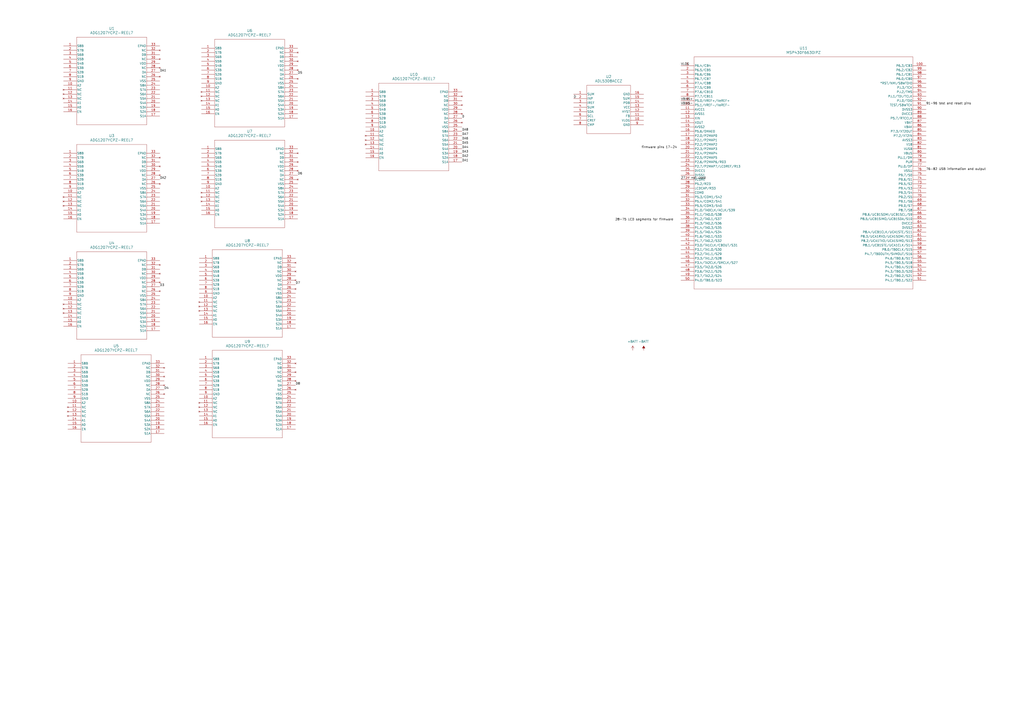
<source format=kicad_sch>
(kicad_sch (version 20230121) (generator eeschema)

  (uuid 93e33c3d-8cba-450d-8c20-d074bd0c6049)

  (paper "A2")

  (lib_symbols
    (symbol "2024-02-06_11-51-23:MSP430F6630IPZ" (pin_names (offset 0.254)) (in_bom yes) (on_board yes)
      (property "Reference" "U" (at 71.12 10.16 0)
        (effects (font (size 1.524 1.524)))
      )
      (property "Value" "MSP430F6630IPZ" (at 71.12 7.62 0)
        (effects (font (size 1.524 1.524)))
      )
      (property "Footprint" "PZ100" (at 0 0 0)
        (effects (font (size 1.27 1.27) italic) hide)
      )
      (property "Datasheet" "MSP430F6630IPZ" (at 0 0 0)
        (effects (font (size 1.27 1.27) italic) hide)
      )
      (property "ki_locked" "" (at 0 0 0)
        (effects (font (size 1.27 1.27)))
      )
      (property "ki_keywords" "MSP430F6630IPZ" (at 0 0 0)
        (effects (font (size 1.27 1.27)) hide)
      )
      (property "ki_fp_filters" "PZ100 PZ100-M PZ100-L" (at 0 0 0)
        (effects (font (size 1.27 1.27)) hide)
      )
      (symbol "MSP430F6630IPZ_0_1"
        (polyline
          (pts
            (xy 7.62 -129.54)
            (xy 134.62 -129.54)
          )
          (stroke (width 0.127) (type default))
          (fill (type none))
        )
        (polyline
          (pts
            (xy 7.62 5.08)
            (xy 7.62 -129.54)
          )
          (stroke (width 0.127) (type default))
          (fill (type none))
        )
        (polyline
          (pts
            (xy 134.62 -129.54)
            (xy 134.62 5.08)
          )
          (stroke (width 0.127) (type default))
          (fill (type none))
        )
        (polyline
          (pts
            (xy 134.62 5.08)
            (xy 7.62 5.08)
          )
          (stroke (width 0.127) (type default))
          (fill (type none))
        )
        (pin bidirectional line (at 0 0 0) (length 7.62)
          (name "P6.4/CB4" (effects (font (size 1.27 1.27))))
          (number "1" (effects (font (size 1.27 1.27))))
        )
        (pin bidirectional line (at 0 -22.86 0) (length 7.62)
          (name "P5.1/VREF-/VeREF-" (effects (font (size 1.27 1.27))))
          (number "10" (effects (font (size 1.27 1.27))))
        )
        (pin bidirectional line (at 142.24 0 180) (length 7.62)
          (name "P6.3/CB3" (effects (font (size 1.27 1.27))))
          (number "100" (effects (font (size 1.27 1.27))))
        )
        (pin power_in line (at 0 -25.4 0) (length 7.62)
          (name "AVCC1" (effects (font (size 1.27 1.27))))
          (number "11" (effects (font (size 1.27 1.27))))
        )
        (pin power_in line (at 0 -27.94 0) (length 7.62)
          (name "AVSS1" (effects (font (size 1.27 1.27))))
          (number "12" (effects (font (size 1.27 1.27))))
        )
        (pin input line (at 0 -30.48 0) (length 7.62)
          (name "XIN" (effects (font (size 1.27 1.27))))
          (number "13" (effects (font (size 1.27 1.27))))
        )
        (pin output line (at 0 -33.02 0) (length 7.62)
          (name "XOUT" (effects (font (size 1.27 1.27))))
          (number "14" (effects (font (size 1.27 1.27))))
        )
        (pin power_in line (at 0 -35.56 0) (length 7.62)
          (name "AVSS2" (effects (font (size 1.27 1.27))))
          (number "15" (effects (font (size 1.27 1.27))))
        )
        (pin bidirectional line (at 0 -38.1 0) (length 7.62)
          (name "P5.6/DMAE0" (effects (font (size 1.27 1.27))))
          (number "16" (effects (font (size 1.27 1.27))))
        )
        (pin bidirectional line (at 0 -40.64 0) (length 7.62)
          (name "P2.0/P2MAP0" (effects (font (size 1.27 1.27))))
          (number "17" (effects (font (size 1.27 1.27))))
        )
        (pin bidirectional line (at 0 -43.18 0) (length 7.62)
          (name "P2.1/P2MAP1" (effects (font (size 1.27 1.27))))
          (number "18" (effects (font (size 1.27 1.27))))
        )
        (pin bidirectional line (at 0 -45.72 0) (length 7.62)
          (name "P2.2/P2MAP2" (effects (font (size 1.27 1.27))))
          (number "19" (effects (font (size 1.27 1.27))))
        )
        (pin bidirectional line (at 0 -2.54 0) (length 7.62)
          (name "P6.5/CB5" (effects (font (size 1.27 1.27))))
          (number "2" (effects (font (size 1.27 1.27))))
        )
        (pin bidirectional line (at 0 -48.26 0) (length 7.62)
          (name "P2.3/P2MAP3" (effects (font (size 1.27 1.27))))
          (number "20" (effects (font (size 1.27 1.27))))
        )
        (pin bidirectional line (at 0 -50.8 0) (length 7.62)
          (name "P2.4/P2MAP4" (effects (font (size 1.27 1.27))))
          (number "21" (effects (font (size 1.27 1.27))))
        )
        (pin bidirectional line (at 0 -53.34 0) (length 7.62)
          (name "P2.5/P2MAP5" (effects (font (size 1.27 1.27))))
          (number "22" (effects (font (size 1.27 1.27))))
        )
        (pin bidirectional line (at 0 -55.88 0) (length 7.62)
          (name "P2.6/P2MAP6/R03" (effects (font (size 1.27 1.27))))
          (number "23" (effects (font (size 1.27 1.27))))
        )
        (pin bidirectional line (at 0 -58.42 0) (length 7.62)
          (name "P2.7/P2MAP7/LCDREF/R13" (effects (font (size 1.27 1.27))))
          (number "24" (effects (font (size 1.27 1.27))))
        )
        (pin power_in line (at 0 -60.96 0) (length 7.62)
          (name "DVCC1" (effects (font (size 1.27 1.27))))
          (number "25" (effects (font (size 1.27 1.27))))
        )
        (pin power_in line (at 0 -63.5 0) (length 7.62)
          (name "DVSS1" (effects (font (size 1.27 1.27))))
          (number "26" (effects (font (size 1.27 1.27))))
        )
        (pin power_in line (at 0 -66.04 0) (length 7.62)
          (name "VCORE" (effects (font (size 1.27 1.27))))
          (number "27" (effects (font (size 1.27 1.27))))
        )
        (pin bidirectional line (at 0 -68.58 0) (length 7.62)
          (name "P5.2/R23" (effects (font (size 1.27 1.27))))
          (number "28" (effects (font (size 1.27 1.27))))
        )
        (pin bidirectional line (at 0 -71.12 0) (length 7.62)
          (name "LCDCAP/R33" (effects (font (size 1.27 1.27))))
          (number "29" (effects (font (size 1.27 1.27))))
        )
        (pin bidirectional line (at 0 -5.08 0) (length 7.62)
          (name "P6.6/CB6" (effects (font (size 1.27 1.27))))
          (number "3" (effects (font (size 1.27 1.27))))
        )
        (pin output line (at 0 -73.66 0) (length 7.62)
          (name "COM0" (effects (font (size 1.27 1.27))))
          (number "30" (effects (font (size 1.27 1.27))))
        )
        (pin bidirectional line (at 0 -76.2 0) (length 7.62)
          (name "P5.3/COM1/S42" (effects (font (size 1.27 1.27))))
          (number "31" (effects (font (size 1.27 1.27))))
        )
        (pin bidirectional line (at 0 -78.74 0) (length 7.62)
          (name "P5.4/COM2/S41" (effects (font (size 1.27 1.27))))
          (number "32" (effects (font (size 1.27 1.27))))
        )
        (pin bidirectional line (at 0 -81.28 0) (length 7.62)
          (name "P5.5/COM3/S40" (effects (font (size 1.27 1.27))))
          (number "33" (effects (font (size 1.27 1.27))))
        )
        (pin bidirectional line (at 0 -83.82 0) (length 7.62)
          (name "P1.0/TA0CLK/ACLK/S39" (effects (font (size 1.27 1.27))))
          (number "34" (effects (font (size 1.27 1.27))))
        )
        (pin bidirectional line (at 0 -86.36 0) (length 7.62)
          (name "P1.1/TA0.0/S38" (effects (font (size 1.27 1.27))))
          (number "35" (effects (font (size 1.27 1.27))))
        )
        (pin bidirectional line (at 0 -88.9 0) (length 7.62)
          (name "P1.2/TA0.1/S37" (effects (font (size 1.27 1.27))))
          (number "36" (effects (font (size 1.27 1.27))))
        )
        (pin bidirectional line (at 0 -91.44 0) (length 7.62)
          (name "P1.3/TA0.2/S36" (effects (font (size 1.27 1.27))))
          (number "37" (effects (font (size 1.27 1.27))))
        )
        (pin bidirectional line (at 0 -93.98 0) (length 7.62)
          (name "P1.4/TA0.3/S35" (effects (font (size 1.27 1.27))))
          (number "38" (effects (font (size 1.27 1.27))))
        )
        (pin bidirectional line (at 0 -96.52 0) (length 7.62)
          (name "P1.5/TA0.4/S34" (effects (font (size 1.27 1.27))))
          (number "39" (effects (font (size 1.27 1.27))))
        )
        (pin bidirectional line (at 0 -7.62 0) (length 7.62)
          (name "P6.7/CB7" (effects (font (size 1.27 1.27))))
          (number "4" (effects (font (size 1.27 1.27))))
        )
        (pin bidirectional line (at 0 -99.06 0) (length 7.62)
          (name "P1.6/TA0.1/S33" (effects (font (size 1.27 1.27))))
          (number "40" (effects (font (size 1.27 1.27))))
        )
        (pin bidirectional line (at 0 -101.6 0) (length 7.62)
          (name "P1.7/TA0.2/S32" (effects (font (size 1.27 1.27))))
          (number "41" (effects (font (size 1.27 1.27))))
        )
        (pin bidirectional line (at 0 -104.14 0) (length 7.62)
          (name "P3.0/TA1CLK/CBOUT/S31" (effects (font (size 1.27 1.27))))
          (number "42" (effects (font (size 1.27 1.27))))
        )
        (pin bidirectional line (at 0 -106.68 0) (length 7.62)
          (name "P3.1/TA1.0/S30" (effects (font (size 1.27 1.27))))
          (number "43" (effects (font (size 1.27 1.27))))
        )
        (pin bidirectional line (at 0 -109.22 0) (length 7.62)
          (name "P3.2/TA1.1/S29" (effects (font (size 1.27 1.27))))
          (number "44" (effects (font (size 1.27 1.27))))
        )
        (pin bidirectional line (at 0 -111.76 0) (length 7.62)
          (name "P3.3/TA1.2/S28" (effects (font (size 1.27 1.27))))
          (number "45" (effects (font (size 1.27 1.27))))
        )
        (pin bidirectional line (at 0 -114.3 0) (length 7.62)
          (name "P3.4/TA2CLK/SMCLK/S27" (effects (font (size 1.27 1.27))))
          (number "46" (effects (font (size 1.27 1.27))))
        )
        (pin bidirectional line (at 0 -116.84 0) (length 7.62)
          (name "P3.5/TA2.0/S26" (effects (font (size 1.27 1.27))))
          (number "47" (effects (font (size 1.27 1.27))))
        )
        (pin bidirectional line (at 0 -119.38 0) (length 7.62)
          (name "P3.6/TA2.1/S25" (effects (font (size 1.27 1.27))))
          (number "48" (effects (font (size 1.27 1.27))))
        )
        (pin bidirectional line (at 0 -121.92 0) (length 7.62)
          (name "P3.7/TA2.2/S24" (effects (font (size 1.27 1.27))))
          (number "49" (effects (font (size 1.27 1.27))))
        )
        (pin bidirectional line (at 0 -10.16 0) (length 7.62)
          (name "P7.4/CB8" (effects (font (size 1.27 1.27))))
          (number "5" (effects (font (size 1.27 1.27))))
        )
        (pin bidirectional line (at 0 -124.46 0) (length 7.62)
          (name "P4.0/TB0.0/S23" (effects (font (size 1.27 1.27))))
          (number "50" (effects (font (size 1.27 1.27))))
        )
        (pin bidirectional line (at 142.24 -124.46 180) (length 7.62)
          (name "P4.1/TB0.1/S22" (effects (font (size 1.27 1.27))))
          (number "51" (effects (font (size 1.27 1.27))))
        )
        (pin bidirectional line (at 142.24 -121.92 180) (length 7.62)
          (name "P4.2/TB0.2/S21" (effects (font (size 1.27 1.27))))
          (number "52" (effects (font (size 1.27 1.27))))
        )
        (pin bidirectional line (at 142.24 -119.38 180) (length 7.62)
          (name "P4.3/TB0.3/S20" (effects (font (size 1.27 1.27))))
          (number "53" (effects (font (size 1.27 1.27))))
        )
        (pin bidirectional line (at 142.24 -116.84 180) (length 7.62)
          (name "P4.4/TB0.4/S19" (effects (font (size 1.27 1.27))))
          (number "54" (effects (font (size 1.27 1.27))))
        )
        (pin bidirectional line (at 142.24 -114.3 180) (length 7.62)
          (name "P4.5/TB0.5/S18" (effects (font (size 1.27 1.27))))
          (number "55" (effects (font (size 1.27 1.27))))
        )
        (pin bidirectional line (at 142.24 -111.76 180) (length 7.62)
          (name "P4.6/TB0.6/S17" (effects (font (size 1.27 1.27))))
          (number "56" (effects (font (size 1.27 1.27))))
        )
        (pin bidirectional line (at 142.24 -109.22 180) (length 7.62)
          (name "P4.7/TB0OUTH/SVMOUT/S16" (effects (font (size 1.27 1.27))))
          (number "57" (effects (font (size 1.27 1.27))))
        )
        (pin bidirectional line (at 142.24 -106.68 180) (length 7.62)
          (name "P8.0/TB0CLK/S15" (effects (font (size 1.27 1.27))))
          (number "58" (effects (font (size 1.27 1.27))))
        )
        (pin bidirectional line (at 142.24 -104.14 180) (length 7.62)
          (name "P8.1/UCB1STE/UCA1CLK/S14" (effects (font (size 1.27 1.27))))
          (number "59" (effects (font (size 1.27 1.27))))
        )
        (pin bidirectional line (at 0 -12.7 0) (length 7.62)
          (name "P7.5/CB9" (effects (font (size 1.27 1.27))))
          (number "6" (effects (font (size 1.27 1.27))))
        )
        (pin bidirectional line (at 142.24 -101.6 180) (length 7.62)
          (name "P8.2/UCA1TXD/UCA1SIMO/S13" (effects (font (size 1.27 1.27))))
          (number "60" (effects (font (size 1.27 1.27))))
        )
        (pin bidirectional line (at 142.24 -99.06 180) (length 7.62)
          (name "P8.3/UCA1RXD/UCA1SOMI/S12" (effects (font (size 1.27 1.27))))
          (number "61" (effects (font (size 1.27 1.27))))
        )
        (pin bidirectional line (at 142.24 -96.52 180) (length 7.62)
          (name "P8.4/UCB1CLK/UCA1STE/S11" (effects (font (size 1.27 1.27))))
          (number "62" (effects (font (size 1.27 1.27))))
        )
        (pin power_in line (at 142.24 -93.98 180) (length 7.62)
          (name "DVSS2" (effects (font (size 1.27 1.27))))
          (number "63" (effects (font (size 1.27 1.27))))
        )
        (pin power_in line (at 142.24 -91.44 180) (length 7.62)
          (name "DVCC2" (effects (font (size 1.27 1.27))))
          (number "64" (effects (font (size 1.27 1.27))))
        )
        (pin bidirectional line (at 142.24 -88.9 180) (length 7.62)
          (name "P8.5/UCB1SIMO/UCB1SDA/S10" (effects (font (size 1.27 1.27))))
          (number "65" (effects (font (size 1.27 1.27))))
        )
        (pin bidirectional line (at 142.24 -86.36 180) (length 7.62)
          (name "P8.6/UCB1SOMI/UCB1SCL/S9" (effects (font (size 1.27 1.27))))
          (number "66" (effects (font (size 1.27 1.27))))
        )
        (pin bidirectional line (at 142.24 -83.82 180) (length 7.62)
          (name "P8.7/S8" (effects (font (size 1.27 1.27))))
          (number "67" (effects (font (size 1.27 1.27))))
        )
        (pin bidirectional line (at 142.24 -81.28 180) (length 7.62)
          (name "P9.0/S7" (effects (font (size 1.27 1.27))))
          (number "68" (effects (font (size 1.27 1.27))))
        )
        (pin bidirectional line (at 142.24 -78.74 180) (length 7.62)
          (name "P9.1/S6" (effects (font (size 1.27 1.27))))
          (number "69" (effects (font (size 1.27 1.27))))
        )
        (pin bidirectional line (at 0 -15.24 0) (length 7.62)
          (name "P7.6/CB10" (effects (font (size 1.27 1.27))))
          (number "7" (effects (font (size 1.27 1.27))))
        )
        (pin bidirectional line (at 142.24 -76.2 180) (length 7.62)
          (name "P9.2/S5" (effects (font (size 1.27 1.27))))
          (number "70" (effects (font (size 1.27 1.27))))
        )
        (pin bidirectional line (at 142.24 -73.66 180) (length 7.62)
          (name "P9.3/S4" (effects (font (size 1.27 1.27))))
          (number "71" (effects (font (size 1.27 1.27))))
        )
        (pin bidirectional line (at 142.24 -71.12 180) (length 7.62)
          (name "P9.4/S3" (effects (font (size 1.27 1.27))))
          (number "72" (effects (font (size 1.27 1.27))))
        )
        (pin bidirectional line (at 142.24 -68.58 180) (length 7.62)
          (name "P9.5/S2" (effects (font (size 1.27 1.27))))
          (number "73" (effects (font (size 1.27 1.27))))
        )
        (pin bidirectional line (at 142.24 -66.04 180) (length 7.62)
          (name "P9.6/S1" (effects (font (size 1.27 1.27))))
          (number "74" (effects (font (size 1.27 1.27))))
        )
        (pin bidirectional line (at 142.24 -63.5 180) (length 7.62)
          (name "P9.7/S0" (effects (font (size 1.27 1.27))))
          (number "75" (effects (font (size 1.27 1.27))))
        )
        (pin power_in line (at 142.24 -60.96 180) (length 7.62)
          (name "VSSU" (effects (font (size 1.27 1.27))))
          (number "76" (effects (font (size 1.27 1.27))))
        )
        (pin bidirectional line (at 142.24 -58.42 180) (length 7.62)
          (name "PU.0/DP" (effects (font (size 1.27 1.27))))
          (number "77" (effects (font (size 1.27 1.27))))
        )
        (pin bidirectional line (at 142.24 -55.88 180) (length 7.62)
          (name "PUR" (effects (font (size 1.27 1.27))))
          (number "78" (effects (font (size 1.27 1.27))))
        )
        (pin bidirectional line (at 142.24 -53.34 180) (length 7.62)
          (name "PU.1/DM" (effects (font (size 1.27 1.27))))
          (number "79" (effects (font (size 1.27 1.27))))
        )
        (pin bidirectional line (at 0 -17.78 0) (length 7.62)
          (name "P7.7/CB11" (effects (font (size 1.27 1.27))))
          (number "8" (effects (font (size 1.27 1.27))))
        )
        (pin power_in line (at 142.24 -50.8 180) (length 7.62)
          (name "VBUS" (effects (font (size 1.27 1.27))))
          (number "80" (effects (font (size 1.27 1.27))))
        )
        (pin power_in line (at 142.24 -48.26 180) (length 7.62)
          (name "VUSB" (effects (font (size 1.27 1.27))))
          (number "81" (effects (font (size 1.27 1.27))))
        )
        (pin power_in line (at 142.24 -45.72 180) (length 7.62)
          (name "V18" (effects (font (size 1.27 1.27))))
          (number "82" (effects (font (size 1.27 1.27))))
        )
        (pin power_in line (at 142.24 -43.18 180) (length 7.62)
          (name "AVSS3" (effects (font (size 1.27 1.27))))
          (number "83" (effects (font (size 1.27 1.27))))
        )
        (pin bidirectional line (at 142.24 -40.64 180) (length 7.62)
          (name "P7.2/XT2IN" (effects (font (size 1.27 1.27))))
          (number "84" (effects (font (size 1.27 1.27))))
        )
        (pin bidirectional line (at 142.24 -38.1 180) (length 7.62)
          (name "P7.3/XT2OUT" (effects (font (size 1.27 1.27))))
          (number "85" (effects (font (size 1.27 1.27))))
        )
        (pin power_in line (at 142.24 -35.56 180) (length 7.62)
          (name "VBAK" (effects (font (size 1.27 1.27))))
          (number "86" (effects (font (size 1.27 1.27))))
        )
        (pin power_in line (at 142.24 -33.02 180) (length 7.62)
          (name "VBAT" (effects (font (size 1.27 1.27))))
          (number "87" (effects (font (size 1.27 1.27))))
        )
        (pin bidirectional line (at 142.24 -30.48 180) (length 7.62)
          (name "P5.7/RTCCLK" (effects (font (size 1.27 1.27))))
          (number "88" (effects (font (size 1.27 1.27))))
        )
        (pin power_in line (at 142.24 -27.94 180) (length 7.62)
          (name "DVCC3" (effects (font (size 1.27 1.27))))
          (number "89" (effects (font (size 1.27 1.27))))
        )
        (pin bidirectional line (at 0 -20.32 0) (length 7.62)
          (name "P5.0/VREF+/VeREF+" (effects (font (size 1.27 1.27))))
          (number "9" (effects (font (size 1.27 1.27))))
        )
        (pin power_in line (at 142.24 -25.4 180) (length 7.62)
          (name "DVSS3" (effects (font (size 1.27 1.27))))
          (number "90" (effects (font (size 1.27 1.27))))
        )
        (pin bidirectional line (at 142.24 -22.86 180) (length 7.62)
          (name "TEST/SBWTCK" (effects (font (size 1.27 1.27))))
          (number "91" (effects (font (size 1.27 1.27))))
        )
        (pin bidirectional line (at 142.24 -20.32 180) (length 7.62)
          (name "PJ.0/TDO" (effects (font (size 1.27 1.27))))
          (number "92" (effects (font (size 1.27 1.27))))
        )
        (pin bidirectional line (at 142.24 -17.78 180) (length 7.62)
          (name "PJ.1/TDI/TCLK" (effects (font (size 1.27 1.27))))
          (number "93" (effects (font (size 1.27 1.27))))
        )
        (pin bidirectional line (at 142.24 -15.24 180) (length 7.62)
          (name "PJ.2/TMS" (effects (font (size 1.27 1.27))))
          (number "94" (effects (font (size 1.27 1.27))))
        )
        (pin bidirectional line (at 142.24 -12.7 180) (length 7.62)
          (name "PJ.3/TCK" (effects (font (size 1.27 1.27))))
          (number "95" (effects (font (size 1.27 1.27))))
        )
        (pin bidirectional line (at 142.24 -10.16 180) (length 7.62)
          (name "*RST/NMI/SBWTDIO" (effects (font (size 1.27 1.27))))
          (number "96" (effects (font (size 1.27 1.27))))
        )
        (pin bidirectional line (at 142.24 -7.62 180) (length 7.62)
          (name "P6.0/CB0" (effects (font (size 1.27 1.27))))
          (number "97" (effects (font (size 1.27 1.27))))
        )
        (pin bidirectional line (at 142.24 -5.08 180) (length 7.62)
          (name "P6.1/CB1" (effects (font (size 1.27 1.27))))
          (number "98" (effects (font (size 1.27 1.27))))
        )
        (pin bidirectional line (at 142.24 -2.54 180) (length 7.62)
          (name "P6.2/CB2" (effects (font (size 1.27 1.27))))
          (number "99" (effects (font (size 1.27 1.27))))
        )
      )
    )
    (symbol "ADG_new:ADG1207YCPZ-REEL7" (pin_names (offset 0.254)) (in_bom yes) (on_board yes)
      (property "Reference" "U" (at 27.94 10.16 0)
        (effects (font (size 1.524 1.524)))
      )
      (property "Value" "ADG1207YCPZ-REEL7" (at 27.94 7.62 0)
        (effects (font (size 1.524 1.524)))
      )
      (property "Footprint" "CP_32_2_ADI" (at 0 0 0)
        (effects (font (size 1.27 1.27) italic) hide)
      )
      (property "Datasheet" "ADG1207YCPZ-REEL7" (at 0 0 0)
        (effects (font (size 1.27 1.27) italic) hide)
      )
      (property "ki_locked" "" (at 0 0 0)
        (effects (font (size 1.27 1.27)))
      )
      (property "ki_keywords" "ADG1207YCPZ-REEL7" (at 0 0 0)
        (effects (font (size 1.27 1.27)) hide)
      )
      (property "ki_fp_filters" "CP_32_2_ADI CP_32_2_ADI-M CP_32_2_ADI-L" (at 0 0 0)
        (effects (font (size 1.27 1.27)) hide)
      )
      (symbol "ADG1207YCPZ-REEL7_0_1"
        (polyline
          (pts
            (xy 7.62 -45.72)
            (xy 48.26 -45.72)
          )
          (stroke (width 0.127) (type default))
          (fill (type none))
        )
        (polyline
          (pts
            (xy 7.62 5.08)
            (xy 7.62 -45.72)
          )
          (stroke (width 0.127) (type default))
          (fill (type none))
        )
        (polyline
          (pts
            (xy 48.26 -45.72)
            (xy 48.26 5.08)
          )
          (stroke (width 0.127) (type default))
          (fill (type none))
        )
        (polyline
          (pts
            (xy 48.26 5.08)
            (xy 7.62 5.08)
          )
          (stroke (width 0.127) (type default))
          (fill (type none))
        )
        (pin bidirectional line (at 0 0 0) (length 7.62)
          (name "S8B" (effects (font (size 1.27 1.27))))
          (number "1" (effects (font (size 1.27 1.27))))
        )
        (pin input line (at 0 -22.86 0) (length 7.62)
          (name "A2" (effects (font (size 1.27 1.27))))
          (number "10" (effects (font (size 1.27 1.27))))
        )
        (pin no_connect line (at 0 -25.4 0) (length 7.62)
          (name "NC" (effects (font (size 1.27 1.27))))
          (number "11" (effects (font (size 1.27 1.27))))
        )
        (pin no_connect line (at 0 -27.94 0) (length 7.62)
          (name "NC" (effects (font (size 1.27 1.27))))
          (number "12" (effects (font (size 1.27 1.27))))
        )
        (pin no_connect line (at 0 -30.48 0) (length 7.62)
          (name "NC" (effects (font (size 1.27 1.27))))
          (number "13" (effects (font (size 1.27 1.27))))
        )
        (pin input line (at 0 -33.02 0) (length 7.62)
          (name "A1" (effects (font (size 1.27 1.27))))
          (number "14" (effects (font (size 1.27 1.27))))
        )
        (pin input line (at 0 -35.56 0) (length 7.62)
          (name "A0" (effects (font (size 1.27 1.27))))
          (number "15" (effects (font (size 1.27 1.27))))
        )
        (pin input line (at 0 -38.1 0) (length 7.62)
          (name "EN" (effects (font (size 1.27 1.27))))
          (number "16" (effects (font (size 1.27 1.27))))
        )
        (pin bidirectional line (at 55.88 -40.64 180) (length 7.62)
          (name "S1A" (effects (font (size 1.27 1.27))))
          (number "17" (effects (font (size 1.27 1.27))))
        )
        (pin bidirectional line (at 55.88 -38.1 180) (length 7.62)
          (name "S2A" (effects (font (size 1.27 1.27))))
          (number "18" (effects (font (size 1.27 1.27))))
        )
        (pin bidirectional line (at 55.88 -35.56 180) (length 7.62)
          (name "S3A" (effects (font (size 1.27 1.27))))
          (number "19" (effects (font (size 1.27 1.27))))
        )
        (pin bidirectional line (at 0 -2.54 0) (length 7.62)
          (name "S7B" (effects (font (size 1.27 1.27))))
          (number "2" (effects (font (size 1.27 1.27))))
        )
        (pin bidirectional line (at 55.88 -33.02 180) (length 7.62)
          (name "S4A" (effects (font (size 1.27 1.27))))
          (number "20" (effects (font (size 1.27 1.27))))
        )
        (pin bidirectional line (at 55.88 -30.48 180) (length 7.62)
          (name "S5A" (effects (font (size 1.27 1.27))))
          (number "21" (effects (font (size 1.27 1.27))))
        )
        (pin bidirectional line (at 55.88 -27.94 180) (length 7.62)
          (name "S6A" (effects (font (size 1.27 1.27))))
          (number "22" (effects (font (size 1.27 1.27))))
        )
        (pin bidirectional line (at 55.88 -25.4 180) (length 7.62)
          (name "S7A" (effects (font (size 1.27 1.27))))
          (number "23" (effects (font (size 1.27 1.27))))
        )
        (pin bidirectional line (at 55.88 -22.86 180) (length 7.62)
          (name "S8A" (effects (font (size 1.27 1.27))))
          (number "24" (effects (font (size 1.27 1.27))))
        )
        (pin power_in line (at 55.88 -20.32 180) (length 7.62)
          (name "VSS" (effects (font (size 1.27 1.27))))
          (number "25" (effects (font (size 1.27 1.27))))
        )
        (pin no_connect line (at 55.88 -17.78 180) (length 7.62)
          (name "NC" (effects (font (size 1.27 1.27))))
          (number "26" (effects (font (size 1.27 1.27))))
        )
        (pin bidirectional line (at 55.88 -15.24 180) (length 7.62)
          (name "DA" (effects (font (size 1.27 1.27))))
          (number "27" (effects (font (size 1.27 1.27))))
        )
        (pin no_connect line (at 55.88 -12.7 180) (length 7.62)
          (name "NC" (effects (font (size 1.27 1.27))))
          (number "28" (effects (font (size 1.27 1.27))))
        )
        (pin power_in line (at 55.88 -10.16 180) (length 7.62)
          (name "VDD" (effects (font (size 1.27 1.27))))
          (number "29" (effects (font (size 1.27 1.27))))
        )
        (pin bidirectional line (at 0 -5.08 0) (length 7.62)
          (name "S6B" (effects (font (size 1.27 1.27))))
          (number "3" (effects (font (size 1.27 1.27))))
        )
        (pin no_connect line (at 55.88 -7.62 180) (length 7.62)
          (name "NC" (effects (font (size 1.27 1.27))))
          (number "30" (effects (font (size 1.27 1.27))))
        )
        (pin bidirectional line (at 55.88 -5.08 180) (length 7.62)
          (name "DB" (effects (font (size 1.27 1.27))))
          (number "31" (effects (font (size 1.27 1.27))))
        )
        (pin no_connect line (at 55.88 -2.54 180) (length 7.62)
          (name "NC" (effects (font (size 1.27 1.27))))
          (number "32" (effects (font (size 1.27 1.27))))
        )
        (pin unspecified line (at 55.88 0 180) (length 7.62)
          (name "EPAD" (effects (font (size 1.27 1.27))))
          (number "33" (effects (font (size 1.27 1.27))))
        )
        (pin bidirectional line (at 0 -7.62 0) (length 7.62)
          (name "S5B" (effects (font (size 1.27 1.27))))
          (number "4" (effects (font (size 1.27 1.27))))
        )
        (pin bidirectional line (at 0 -10.16 0) (length 7.62)
          (name "S4B" (effects (font (size 1.27 1.27))))
          (number "5" (effects (font (size 1.27 1.27))))
        )
        (pin bidirectional line (at 0 -12.7 0) (length 7.62)
          (name "S3B" (effects (font (size 1.27 1.27))))
          (number "6" (effects (font (size 1.27 1.27))))
        )
        (pin bidirectional line (at 0 -15.24 0) (length 7.62)
          (name "S2B" (effects (font (size 1.27 1.27))))
          (number "7" (effects (font (size 1.27 1.27))))
        )
        (pin bidirectional line (at 0 -17.78 0) (length 7.62)
          (name "S1B" (effects (font (size 1.27 1.27))))
          (number "8" (effects (font (size 1.27 1.27))))
        )
        (pin power_in line (at 0 -20.32 0) (length 7.62)
          (name "GND" (effects (font (size 1.27 1.27))))
          (number "9" (effects (font (size 1.27 1.27))))
        )
      )
    )
    (symbol "ADL_new:ADL5308ACCZ" (pin_names (offset 0.254)) (in_bom yes) (on_board yes)
      (property "Reference" "U" (at 20.32 10.16 0)
        (effects (font (size 1.524 1.524)))
      )
      (property "Value" "ADL5308ACCZ" (at 20.32 7.62 0)
        (effects (font (size 1.524 1.524)))
      )
      (property "Footprint" "CC-14-4_ADI" (at 0 0 0)
        (effects (font (size 1.27 1.27) italic) hide)
      )
      (property "Datasheet" "ADL5308ACCZ" (at 0 0 0)
        (effects (font (size 1.27 1.27) italic) hide)
      )
      (property "ki_locked" "" (at 0 0 0)
        (effects (font (size 1.27 1.27)))
      )
      (property "ki_keywords" "ADL5308ACCZ" (at 0 0 0)
        (effects (font (size 1.27 1.27)) hide)
      )
      (property "ki_fp_filters" "CC-14-4_ADI CC-14-4_ADI-M CC-14-4_ADI-L" (at 0 0 0)
        (effects (font (size 1.27 1.27)) hide)
      )
      (symbol "ADL5308ACCZ_0_1"
        (polyline
          (pts
            (xy 7.62 -22.86)
            (xy 33.02 -22.86)
          )
          (stroke (width 0.127) (type default))
          (fill (type none))
        )
        (polyline
          (pts
            (xy 7.62 5.08)
            (xy 7.62 -22.86)
          )
          (stroke (width 0.127) (type default))
          (fill (type none))
        )
        (polyline
          (pts
            (xy 33.02 -22.86)
            (xy 33.02 5.08)
          )
          (stroke (width 0.127) (type default))
          (fill (type none))
        )
        (polyline
          (pts
            (xy 33.02 5.08)
            (xy 7.62 5.08)
          )
          (stroke (width 0.127) (type default))
          (fill (type none))
        )
        (pin unspecified line (at 0 0 0) (length 7.62)
          (name "SUM" (effects (font (size 1.27 1.27))))
          (number "1" (effects (font (size 1.27 1.27))))
        )
        (pin output line (at 40.64 -15.24 180) (length 7.62)
          (name "VLOG" (effects (font (size 1.27 1.27))))
          (number "10" (effects (font (size 1.27 1.27))))
        )
        (pin input line (at 40.64 -12.7 180) (length 7.62)
          (name "FB" (effects (font (size 1.27 1.27))))
          (number "11" (effects (font (size 1.27 1.27))))
        )
        (pin unspecified line (at 40.64 -10.16 180) (length 7.62)
          (name "HYST" (effects (font (size 1.27 1.27))))
          (number "12" (effects (font (size 1.27 1.27))))
        )
        (pin power_in line (at 40.64 -7.62 180) (length 7.62)
          (name "VCC" (effects (font (size 1.27 1.27))))
          (number "13" (effects (font (size 1.27 1.27))))
        )
        (pin power_in line (at 40.64 -5.08 180) (length 7.62)
          (name "PDB" (effects (font (size 1.27 1.27))))
          (number "14" (effects (font (size 1.27 1.27))))
        )
        (pin unspecified line (at 40.64 -2.54 180) (length 7.62)
          (name "SUM" (effects (font (size 1.27 1.27))))
          (number "15" (effects (font (size 1.27 1.27))))
        )
        (pin power_out line (at 40.64 0 180) (length 7.62)
          (name "GND" (effects (font (size 1.27 1.27))))
          (number "16" (effects (font (size 1.27 1.27))))
        )
        (pin input line (at 0 -2.54 0) (length 7.62)
          (name "INP" (effects (font (size 1.27 1.27))))
          (number "2" (effects (font (size 1.27 1.27))))
        )
        (pin input line (at 0 -5.08 0) (length 7.62)
          (name "IREF" (effects (font (size 1.27 1.27))))
          (number "3" (effects (font (size 1.27 1.27))))
        )
        (pin unspecified line (at 0 -7.62 0) (length 7.62)
          (name "SUM" (effects (font (size 1.27 1.27))))
          (number "4" (effects (font (size 1.27 1.27))))
        )
        (pin bidirectional line (at 0 -10.16 0) (length 7.62)
          (name "SDA" (effects (font (size 1.27 1.27))))
          (number "5" (effects (font (size 1.27 1.27))))
        )
        (pin input line (at 0 -12.7 0) (length 7.62)
          (name "SCL" (effects (font (size 1.27 1.27))))
          (number "6" (effects (font (size 1.27 1.27))))
        )
        (pin power_in line (at 0 -15.24 0) (length 7.62)
          (name "CREF" (effects (font (size 1.27 1.27))))
          (number "7" (effects (font (size 1.27 1.27))))
        )
        (pin power_in line (at 0 -17.78 0) (length 7.62)
          (name "CMP" (effects (font (size 1.27 1.27))))
          (number "8" (effects (font (size 1.27 1.27))))
        )
        (pin power_out line (at 40.64 -17.78 180) (length 7.62)
          (name "GND" (effects (font (size 1.27 1.27))))
          (number "9" (effects (font (size 1.27 1.27))))
        )
      )
    )
    (symbol "power:+BATT" (power) (pin_names (offset 0)) (in_bom yes) (on_board yes)
      (property "Reference" "#PWR" (at 0 -3.81 0)
        (effects (font (size 1.27 1.27)) hide)
      )
      (property "Value" "+BATT" (at 0 3.556 0)
        (effects (font (size 1.27 1.27)))
      )
      (property "Footprint" "" (at 0 0 0)
        (effects (font (size 1.27 1.27)) hide)
      )
      (property "Datasheet" "" (at 0 0 0)
        (effects (font (size 1.27 1.27)) hide)
      )
      (property "ki_keywords" "global power battery" (at 0 0 0)
        (effects (font (size 1.27 1.27)) hide)
      )
      (property "ki_description" "Power symbol creates a global label with name \"+BATT\"" (at 0 0 0)
        (effects (font (size 1.27 1.27)) hide)
      )
      (symbol "+BATT_0_1"
        (polyline
          (pts
            (xy -0.762 1.27)
            (xy 0 2.54)
          )
          (stroke (width 0) (type default))
          (fill (type none))
        )
        (polyline
          (pts
            (xy 0 0)
            (xy 0 2.54)
          )
          (stroke (width 0) (type default))
          (fill (type none))
        )
        (polyline
          (pts
            (xy 0 2.54)
            (xy 0.762 1.27)
          )
          (stroke (width 0) (type default))
          (fill (type none))
        )
      )
      (symbol "+BATT_1_1"
        (pin power_in line (at 0 0 90) (length 0) hide
          (name "+BATT" (effects (font (size 1.27 1.27))))
          (number "1" (effects (font (size 1.27 1.27))))
        )
      )
    )
    (symbol "power:-BATT" (power) (pin_names (offset 0)) (in_bom yes) (on_board yes)
      (property "Reference" "#PWR" (at 0 -3.81 0)
        (effects (font (size 1.27 1.27)) hide)
      )
      (property "Value" "-BATT" (at 0 3.556 0)
        (effects (font (size 1.27 1.27)))
      )
      (property "Footprint" "" (at 0 0 0)
        (effects (font (size 1.27 1.27)) hide)
      )
      (property "Datasheet" "" (at 0 0 0)
        (effects (font (size 1.27 1.27)) hide)
      )
      (property "ki_keywords" "global power battery" (at 0 0 0)
        (effects (font (size 1.27 1.27)) hide)
      )
      (property "ki_description" "Power symbol creates a global label with name \"-BATT\"" (at 0 0 0)
        (effects (font (size 1.27 1.27)) hide)
      )
      (symbol "-BATT_0_1"
        (polyline
          (pts
            (xy 0 0)
            (xy 0 2.54)
          )
          (stroke (width 0) (type default))
          (fill (type none))
        )
        (polyline
          (pts
            (xy 0.762 1.27)
            (xy -0.762 1.27)
            (xy 0 2.54)
            (xy 0.762 1.27)
          )
          (stroke (width 0) (type default))
          (fill (type outline))
        )
      )
      (symbol "-BATT_1_1"
        (pin power_in line (at 0 0 90) (length 0) hide
          (name "-BATT" (effects (font (size 1.27 1.27))))
          (number "1" (effects (font (size 1.27 1.27))))
        )
      )
    )
  )


  (label "D8" (at 171.45 223.52 0) (fields_autoplaced)
    (effects (font (size 1.27 1.27)) (justify left bottom))
    (uuid 03be5087-f9ac-4c25-89ea-946af0244244)
  )
  (label "firmware pins 17-24" (at 372.11 86.36 0) (fields_autoplaced)
    (effects (font (size 1.27 1.27)) (justify left bottom))
    (uuid 03d2cea7-0f02-4817-9e82-bd0cbe2e283f)
  )
  (label "DA4" (at 267.97 86.36 0) (fields_autoplaced)
    (effects (font (size 1.27 1.27)) (justify left bottom))
    (uuid 05ff331b-7f48-4454-a43e-e5c2611f7ad6)
  )
  (label "28-75 LCD segments for firmware" (at 356.87 128.27 0) (fields_autoplaced)
    (effects (font (size 1.27 1.27)) (justify left bottom))
    (uuid 072e9810-e7b0-44f1-84f9-f083b3d6786e)
  )
  (label "DA7" (at 267.97 78.74 0) (fields_autoplaced)
    (effects (font (size 1.27 1.27)) (justify left bottom))
    (uuid 099c6c2d-5102-457e-a5de-9cdc84d60f76)
  )
  (label "VBIAS-" (at 394.97 60.96 0) (fields_autoplaced)
    (effects (font (size 1.27 1.27)) (justify left bottom))
    (uuid 1ab37e79-7791-4d8c-a2f1-78c2e44f4f93)
  )
  (label "D3" (at 92.71 166.37 0) (fields_autoplaced)
    (effects (font (size 1.27 1.27)) (justify left bottom))
    (uuid 1d9b9f00-8ee3-44e0-bad3-bf662b4f98a3)
  )
  (label "27 - not used" (at 394.97 104.14 0) (fields_autoplaced)
    (effects (font (size 1.27 1.27)) (justify left bottom))
    (uuid 217d5b06-1a43-4c26-846c-6aa92d5628ca)
  )
  (label "76-82 USB information and output" (at 537.21 99.06 0) (fields_autoplaced)
    (effects (font (size 1.27 1.27)) (justify left bottom))
    (uuid 26ddb4be-afad-4454-a473-4297c89226c6)
  )
  (label "DA8" (at 267.97 76.2 0) (fields_autoplaced)
    (effects (font (size 1.27 1.27)) (justify left bottom))
    (uuid 308eca5b-4ed8-4c28-80ef-17ca05ef1127)
  )
  (label "D4" (at 95.25 226.06 0) (fields_autoplaced)
    (effects (font (size 1.27 1.27)) (justify left bottom))
    (uuid 40117f89-4822-4efc-a3ae-466f11347be4)
  )
  (label "D5" (at 172.72 43.18 0) (fields_autoplaced)
    (effects (font (size 1.27 1.27)) (justify left bottom))
    (uuid 4598422a-81e8-4da2-855e-fb7140e8149b)
  )
  (label "DA2" (at 267.97 91.44 0) (fields_autoplaced)
    (effects (font (size 1.27 1.27)) (justify left bottom))
    (uuid 5118eaf5-b7fc-4074-93a2-beb38d4c7cee)
  )
  (label "VBIAS+" (at 394.97 58.42 0) (fields_autoplaced)
    (effects (font (size 1.27 1.27)) (justify left bottom))
    (uuid 53f75440-302c-4943-9355-c0c376308da2)
  )
  (label "DA6" (at 267.97 81.28 0) (fields_autoplaced)
    (effects (font (size 1.27 1.27)) (justify left bottom))
    (uuid 5996e452-06f8-4a4e-a2e9-d245cb7b5ad0)
  )
  (label "D7" (at 171.45 165.1 0) (fields_autoplaced)
    (effects (font (size 1.27 1.27)) (justify left bottom))
    (uuid 840df384-ea9d-4449-8d1b-debe15353a01)
  )
  (label "DA1" (at 92.71 41.91 0) (fields_autoplaced)
    (effects (font (size 1.27 1.27)) (justify left bottom))
    (uuid 8500efa6-95af-4e5d-a9e2-95e15c30a51d)
  )
  (label "VLOG" (at 394.97 38.1 0) (fields_autoplaced)
    (effects (font (size 1.27 1.27)) (justify left bottom))
    (uuid 9be4d936-01a1-402c-b294-4fd6b636ce46)
  )
  (label "91-96 test and reset pins" (at 537.21 60.96 0) (fields_autoplaced)
    (effects (font (size 1.27 1.27)) (justify left bottom))
    (uuid a29b3b93-18ed-4eae-902c-4f531abfc33e)
  )
  (label "D" (at 332.74 57.15 0) (fields_autoplaced)
    (effects (font (size 1.27 1.27)) (justify left bottom))
    (uuid a78f3bc1-3041-4260-bdbe-7a77630fc95f)
  )
  (label "D" (at 267.97 68.58 0) (fields_autoplaced)
    (effects (font (size 1.27 1.27)) (justify left bottom))
    (uuid ab40c0ad-5b83-4596-8ae3-90bb22055ccb)
  )
  (label "DA1" (at 267.97 93.98 0) (fields_autoplaced)
    (effects (font (size 1.27 1.27)) (justify left bottom))
    (uuid b3520e20-5ecb-4e5f-abbb-633d843bfbba)
  )
  (label "D6" (at 172.72 101.6 0) (fields_autoplaced)
    (effects (font (size 1.27 1.27)) (justify left bottom))
    (uuid ce26dcb7-bf96-4ea4-beda-6ffa5a51e3a6)
  )
  (label "DA5" (at 267.97 83.82 0) (fields_autoplaced)
    (effects (font (size 1.27 1.27)) (justify left bottom))
    (uuid df0d754a-9d05-4b3a-8940-e4d0276e457d)
  )
  (label "DA3" (at 267.97 88.9 0) (fields_autoplaced)
    (effects (font (size 1.27 1.27)) (justify left bottom))
    (uuid f288967e-260a-4b48-a4cc-42e52896143b)
  )
  (label "DA2" (at 92.71 104.14 0) (fields_autoplaced)
    (effects (font (size 1.27 1.27)) (justify left bottom))
    (uuid ff746a1c-9fab-4132-b599-7923b8d2a2c1)
  )

  (symbol (lib_id "ADG_new:ADG1207YCPZ-REEL7") (at 36.83 26.67 0) (unit 1)
    (in_bom yes) (on_board yes) (dnp no) (fields_autoplaced)
    (uuid 2d7e1bc9-9aac-4e98-bedf-f995e41eab7b)
    (property "Reference" "U1" (at 64.77 16.51 0)
      (effects (font (size 1.524 1.524)))
    )
    (property "Value" "ADG1207YCPZ-REEL7" (at 64.77 19.05 0)
      (effects (font (size 1.524 1.524)))
    )
    (property "Footprint" "CP_32_2_ADI" (at 36.83 26.67 0)
      (effects (font (size 1.27 1.27) italic) hide)
    )
    (property "Datasheet" "ADG1207YCPZ-REEL7" (at 36.83 26.67 0)
      (effects (font (size 1.27 1.27) italic) hide)
    )
    (pin "12" (uuid 6cdd72c4-3562-4f9b-b039-26491e39b5b8))
    (pin "13" (uuid dab38259-53dc-4b58-a0fa-b0da60efecee))
    (pin "4" (uuid 731e59cc-de1c-46c8-8ccf-6247342e84b7))
    (pin "5" (uuid d23b9de4-f894-4c67-af04-34dd3a3f5b19))
    (pin "6" (uuid 25fa6444-1ed3-49aa-9b44-8829e22f2e48))
    (pin "7" (uuid 1517cf30-e409-4efb-a7bd-84c3eb0ccccb))
    (pin "8" (uuid 46f323e7-d6d0-46af-8974-9b94d68b0596))
    (pin "9" (uuid 7d3f2e3a-c425-489c-8371-994b37ed12b8))
    (pin "1" (uuid 73fd6d7b-a636-4277-94dc-ec65c0f58d55))
    (pin "10" (uuid 1ffe1a4d-3a2f-47db-aab5-7d79e2453fd2))
    (pin "11" (uuid 78ae45fd-d4da-43f4-a29c-b9f3eae48fd9))
    (pin "24" (uuid d564c746-9eb7-4ac9-9b4a-4de44e6f560b))
    (pin "25" (uuid 4ac76f89-5a7f-44a8-9f9b-5ce6de9ad625))
    (pin "26" (uuid d4028cf0-be4a-4a5b-830a-932e0a25b992))
    (pin "27" (uuid ca1e2061-a8cb-41d5-a43d-1f76c306fdd2))
    (pin "28" (uuid 2af504e1-e8e1-42ce-a777-86ac2f970893))
    (pin "29" (uuid 4f889533-50d0-4519-94d8-227c32008a31))
    (pin "3" (uuid 45b898cd-c2a5-499b-80c7-adf079188d63))
    (pin "30" (uuid 4599d849-067a-4798-9438-ea0b6103b7e5))
    (pin "31" (uuid cd23c512-d8a2-416e-8674-d23fe19b1f33))
    (pin "32" (uuid 1a3bd92b-c8c1-438e-9a17-67fe98b1e60f))
    (pin "33" (uuid 9f9361e3-cf02-442c-bc6c-c0e4d61920fa))
    (pin "16" (uuid 88169ffe-77aa-4074-8b39-6e6472c68382))
    (pin "17" (uuid ada60c10-89bf-4086-b550-40d660be7b54))
    (pin "18" (uuid e5b932f9-8192-467c-a54e-a973648c77e3))
    (pin "21" (uuid 73f2044e-0fdc-408e-adcc-75bf5b890146))
    (pin "22" (uuid 7a4a7c40-91cb-418d-a8ae-e6a28e04a9ff))
    (pin "23" (uuid 372ab4c6-d7e3-4935-9e42-31709a3d6c0d))
    (pin "19" (uuid 5bd7e836-02a6-4aa0-81b4-429f749ec943))
    (pin "2" (uuid def00607-14b9-43e7-ad8e-f75479d2b14a))
    (pin "20" (uuid 193f2388-e07d-4ed8-b371-6a967aeaee3e))
    (pin "14" (uuid b833057d-8329-47b3-841a-98bbb48b5466))
    (pin "15" (uuid 2495d624-f3b6-4f66-8d8b-96085d38a248))
    (instances
      (project "Test"
        (path "/93e33c3d-8cba-450d-8c20-d074bd0c6049"
          (reference "U1") (unit 1)
        )
      )
    )
  )

  (symbol (lib_id "ADG_new:ADG1207YCPZ-REEL7") (at 116.84 27.94 0) (unit 1)
    (in_bom yes) (on_board yes) (dnp no) (fields_autoplaced)
    (uuid 3b7a89aa-ed3b-4b4d-871a-03811fb192e1)
    (property "Reference" "U6" (at 144.78 17.78 0)
      (effects (font (size 1.524 1.524)))
    )
    (property "Value" "ADG1207YCPZ-REEL7" (at 144.78 20.32 0)
      (effects (font (size 1.524 1.524)))
    )
    (property "Footprint" "CP_32_2_ADI" (at 116.84 27.94 0)
      (effects (font (size 1.27 1.27) italic) hide)
    )
    (property "Datasheet" "ADG1207YCPZ-REEL7" (at 116.84 27.94 0)
      (effects (font (size 1.27 1.27) italic) hide)
    )
    (pin "12" (uuid 3d7add2d-e97c-42df-b283-7dbf83b5171c))
    (pin "13" (uuid 9bae16eb-e92a-4888-8bb0-7a914d0d948e))
    (pin "4" (uuid 9975d657-0cd8-4513-baf1-3cffec78bb7b))
    (pin "5" (uuid c8b071e4-8bed-430e-9ae9-5f1d2710685e))
    (pin "6" (uuid f7f317c0-cbb9-4d9a-9c1f-9c91278dd976))
    (pin "7" (uuid 298ecd19-6dfa-4661-afd2-5c7d8f452b59))
    (pin "8" (uuid 1eeaea60-400b-4d56-b176-15a8d36a4464))
    (pin "9" (uuid 8a658562-401d-497d-8601-bd029aaa197d))
    (pin "1" (uuid a4216400-ad80-42ea-a721-7d88df1ac33c))
    (pin "10" (uuid 1eeadb83-e683-4156-8661-e04872f4220a))
    (pin "11" (uuid 41663897-c40c-47a0-b677-ac4a012d9321))
    (pin "24" (uuid c8de8a9f-554e-418d-bd6b-63fe59f8c0c9))
    (pin "25" (uuid 3a0e8163-ce52-47f2-aa6b-15b8bf8e4610))
    (pin "26" (uuid 4bc249f6-4be6-4b37-926a-6d4ca8eb7e83))
    (pin "27" (uuid b928735d-3a96-4e98-937a-bda0bff11d03))
    (pin "28" (uuid c8b2c7cc-bcc4-45ad-8bb9-8c1a919cffb3))
    (pin "29" (uuid b9a63742-7150-4d14-b4e3-1ca601ebb36b))
    (pin "3" (uuid 7279e309-68ac-418e-bc49-69506be1f2e8))
    (pin "30" (uuid 7214a659-85eb-4ebe-bab7-1f22d847a88e))
    (pin "31" (uuid a5d27812-9c4e-4428-aa3e-3e92d2663218))
    (pin "32" (uuid 225a7505-9306-4630-8191-431a0dc8538a))
    (pin "33" (uuid 1fa16530-21c1-49bb-9bb4-56c9db78275e))
    (pin "16" (uuid 673ac561-8192-4629-b508-e36ed469ffde))
    (pin "17" (uuid baee32a7-b7dd-43b3-8cba-9061b038805b))
    (pin "18" (uuid e34f0fcd-84f1-42c4-bc42-84d8f48abe3e))
    (pin "21" (uuid 25e8e0d4-d305-45be-afb7-944a98224d1b))
    (pin "22" (uuid bb7bfb23-cf2e-459b-aff0-bca763f5ab6e))
    (pin "23" (uuid e01a1c46-1658-4625-a2dc-138e79e9890e))
    (pin "19" (uuid 706246f8-ecc5-4d19-bbcf-f4979f157534))
    (pin "2" (uuid 2dee0ad4-c7d1-4f78-9b77-81b49f892c57))
    (pin "20" (uuid 1fbdb9a8-6063-4779-ad77-d71789f0f518))
    (pin "14" (uuid 17063d79-33db-4ae5-80ca-6616e3d5fec1))
    (pin "15" (uuid d82c2652-b416-4404-9134-24c44f47fb20))
    (instances
      (project "Test"
        (path "/93e33c3d-8cba-450d-8c20-d074bd0c6049"
          (reference "U6") (unit 1)
        )
      )
    )
  )

  (symbol (lib_id "ADG_new:ADG1207YCPZ-REEL7") (at 115.57 149.86 0) (unit 1)
    (in_bom yes) (on_board yes) (dnp no) (fields_autoplaced)
    (uuid 3c8b1318-c02b-4552-9fb3-99f39fdf350c)
    (property "Reference" "U8" (at 143.51 139.7 0)
      (effects (font (size 1.524 1.524)))
    )
    (property "Value" "ADG1207YCPZ-REEL7" (at 143.51 142.24 0)
      (effects (font (size 1.524 1.524)))
    )
    (property "Footprint" "CP_32_2_ADI" (at 115.57 149.86 0)
      (effects (font (size 1.27 1.27) italic) hide)
    )
    (property "Datasheet" "ADG1207YCPZ-REEL7" (at 115.57 149.86 0)
      (effects (font (size 1.27 1.27) italic) hide)
    )
    (pin "12" (uuid 8e0efc9e-8a07-45de-95c2-c540306cbc64))
    (pin "13" (uuid ca28ce5b-2439-454a-a93b-b7db75b03494))
    (pin "4" (uuid d9236047-25c0-4b9b-a835-70eb6816d72a))
    (pin "5" (uuid 2fd14ac3-20ee-48c3-bd31-663061674186))
    (pin "6" (uuid d7623078-6fd1-466c-831a-b5e60a941e61))
    (pin "7" (uuid b9fc8301-e943-4def-810c-69842b3f0b99))
    (pin "8" (uuid aee0aa30-7708-421d-bbb0-6298936b15f2))
    (pin "9" (uuid 83ba364d-69de-4ce7-82f2-c0480fc03465))
    (pin "1" (uuid 9380691c-dfd2-42a7-9104-530fa064178e))
    (pin "10" (uuid 9b690928-0db8-4a49-ab3f-8c729e9d5ed9))
    (pin "11" (uuid 9ee80ac3-b3d6-4ea7-b0aa-0e8bf85d521d))
    (pin "24" (uuid 42e952d1-fe85-4a44-bf66-5a5c5a3189e9))
    (pin "25" (uuid c019d6f3-1468-4444-9e5a-34bdfbaeeace))
    (pin "26" (uuid eca94217-3273-431a-b332-2e8d13c79496))
    (pin "27" (uuid 31cd0a79-7cfe-43f8-b139-a63818ecf80c))
    (pin "28" (uuid b844c86c-4489-4333-857b-b33e75936da1))
    (pin "29" (uuid 621eca24-0e84-4af7-9576-0000d15dde58))
    (pin "3" (uuid 8d084de3-a890-40d1-b3a9-4599a8a63eab))
    (pin "30" (uuid ca60e9c7-8954-4fa8-a18b-0f4e2d77b30c))
    (pin "31" (uuid a6da4302-87d9-4c9e-9cdf-ef8cf73c8dba))
    (pin "32" (uuid 0a34c25f-be73-4f63-b929-a32a7a87f98b))
    (pin "33" (uuid 429c0848-5913-4b00-8874-007fb37d09c6))
    (pin "16" (uuid 413567c0-3632-49ba-8f9a-51037456c489))
    (pin "17" (uuid 1112e7fd-69f0-46c8-a86f-1e6b44a8a448))
    (pin "18" (uuid dbdd1b5d-0ab2-4059-ac40-fa7dba4bc228))
    (pin "21" (uuid df6a3f33-27fe-40b2-b68e-fd355c1d6f1e))
    (pin "22" (uuid 48a0daea-3c4c-446d-ba43-7b98196c7f23))
    (pin "23" (uuid 5fd7ddac-edf0-4ca9-a692-90c47cabb321))
    (pin "19" (uuid ac7130a1-cebf-4039-8ae5-24966969c347))
    (pin "2" (uuid fa95615b-f66f-4825-9242-31cffe1297ce))
    (pin "20" (uuid 1e2c3d63-5656-4223-9c86-e4dab65fe545))
    (pin "14" (uuid 82e9a7f3-8f2a-4f3c-9b7d-63687d90d64a))
    (pin "15" (uuid ea6a418e-5be8-41c1-bf00-dd8b0f8f70f4))
    (instances
      (project "Test"
        (path "/93e33c3d-8cba-450d-8c20-d074bd0c6049"
          (reference "U8") (unit 1)
        )
      )
    )
  )

  (symbol (lib_id "ADG_new:ADG1207YCPZ-REEL7") (at 36.83 151.13 0) (unit 1)
    (in_bom yes) (on_board yes) (dnp no) (fields_autoplaced)
    (uuid 419a0853-649d-4221-9549-3e68557fa889)
    (property "Reference" "U4" (at 64.77 140.97 0)
      (effects (font (size 1.524 1.524)))
    )
    (property "Value" "ADG1207YCPZ-REEL7" (at 64.77 143.51 0)
      (effects (font (size 1.524 1.524)))
    )
    (property "Footprint" "CP_32_2_ADI" (at 36.83 151.13 0)
      (effects (font (size 1.27 1.27) italic) hide)
    )
    (property "Datasheet" "ADG1207YCPZ-REEL7" (at 36.83 151.13 0)
      (effects (font (size 1.27 1.27) italic) hide)
    )
    (pin "12" (uuid bad15ba3-144e-4a61-9777-a3055264e5c9))
    (pin "13" (uuid 1c7d665c-c290-4266-8976-49c8aedab343))
    (pin "4" (uuid 864c9c56-80dd-4046-a0b3-769a3d861577))
    (pin "5" (uuid fb4f6903-d6d0-441d-8f76-16366fcace28))
    (pin "6" (uuid 30e39b95-9ce9-4e8c-b7f6-f5ff1a2a2189))
    (pin "7" (uuid 811f20c5-651e-4552-a263-dc53c8fbd7e3))
    (pin "8" (uuid a9f4f252-e0a1-4619-a4dd-7625c875f926))
    (pin "9" (uuid 2be7ca5c-be7e-4df4-88ec-67b2cce918dd))
    (pin "1" (uuid d106f8c7-e532-46bf-81e1-a41d88379284))
    (pin "10" (uuid e5fb1185-0443-4d5a-adde-903be6923ded))
    (pin "11" (uuid f0aebec9-f0fb-4a99-9cb3-6294482a8e6b))
    (pin "24" (uuid 6d1ee49e-321a-4245-8797-7d107eb7e672))
    (pin "25" (uuid f8b44a15-3b99-4264-b7b3-a4ba32ffb128))
    (pin "26" (uuid cf0bc5ca-579d-4263-886e-379a3610fdcf))
    (pin "27" (uuid 7dbef209-3c8b-436b-9cc6-4d71d02d61fe))
    (pin "28" (uuid efe1aabc-e9bf-4ebc-a6a9-58bd10764224))
    (pin "29" (uuid 53f50192-43dd-4620-b269-7ec1ae389bdd))
    (pin "3" (uuid 24ab1f81-5a66-4d3f-b756-d487dc20e4d8))
    (pin "30" (uuid 566c11c4-d14c-4d1f-ae13-cee8662b9c38))
    (pin "31" (uuid 420caadc-d171-47fe-bfa6-5e91e91c6c28))
    (pin "32" (uuid 73b69b90-806d-41bb-b077-6d1427ec11ba))
    (pin "33" (uuid 1d5d6232-82ea-467a-893c-2dbd5aca093f))
    (pin "16" (uuid 549cd2f8-ffda-47bd-986a-e39bebcde4b3))
    (pin "17" (uuid 552d7179-3340-4844-b15d-c507315adaad))
    (pin "18" (uuid 5fcae13f-a287-48a7-892b-25599deb534e))
    (pin "21" (uuid 38a4e65b-b6e4-47dc-9296-d70bab7c5979))
    (pin "22" (uuid 5e2a0c6b-1432-41df-b48e-3a0974c981fd))
    (pin "23" (uuid 28f51b45-8647-40e3-906d-124ad17c34d1))
    (pin "19" (uuid e675b201-2fff-4291-ba33-ba35cef4ccc1))
    (pin "2" (uuid 7e163159-2092-4d29-a85d-f6352d145ca0))
    (pin "20" (uuid 503ea72b-29c5-4db9-a03e-778af14e177f))
    (pin "14" (uuid 4ff93fe3-19fb-451a-b03a-fb0835443623))
    (pin "15" (uuid d9b9f70a-ac30-47a0-8b42-c2f14e0133ba))
    (instances
      (project "Test"
        (path "/93e33c3d-8cba-450d-8c20-d074bd0c6049"
          (reference "U4") (unit 1)
        )
      )
    )
  )

  (symbol (lib_id "ADG_new:ADG1207YCPZ-REEL7") (at 36.83 88.9 0) (unit 1)
    (in_bom yes) (on_board yes) (dnp no) (fields_autoplaced)
    (uuid 7a179b74-506a-4687-88d9-f81f24e1408a)
    (property "Reference" "U3" (at 64.77 78.74 0)
      (effects (font (size 1.524 1.524)))
    )
    (property "Value" "ADG1207YCPZ-REEL7" (at 64.77 81.28 0)
      (effects (font (size 1.524 1.524)))
    )
    (property "Footprint" "CP_32_2_ADI" (at 36.83 88.9 0)
      (effects (font (size 1.27 1.27) italic) hide)
    )
    (property "Datasheet" "ADG1207YCPZ-REEL7" (at 36.83 88.9 0)
      (effects (font (size 1.27 1.27) italic) hide)
    )
    (pin "12" (uuid 74fab8b0-238e-4809-9f6a-b8d34c2f8ca9))
    (pin "13" (uuid 16cb0814-fa01-4486-a368-2f40bee3d8d9))
    (pin "4" (uuid 282af93e-f62f-4bbe-aa81-28252b6ed8a6))
    (pin "5" (uuid b248bc38-f1ad-485d-9704-8c4ad5d13d83))
    (pin "6" (uuid 46870067-9f86-4dd1-92d8-5538e401d1c3))
    (pin "7" (uuid f4cca3ba-89ec-4a1e-9f7c-2cde0ebf0f58))
    (pin "8" (uuid e5a14851-6f44-40d1-96ec-37fc8386dc1b))
    (pin "9" (uuid 0a4513dd-9511-47e7-90b7-905b33f493f5))
    (pin "1" (uuid 2391993f-811b-4c7b-a302-3007a0e052db))
    (pin "10" (uuid 2846b00f-ae40-442d-80c4-9fd4473da521))
    (pin "11" (uuid b8c2b6b7-7c04-4b7c-8c71-7d08446d57b9))
    (pin "24" (uuid 136af121-36dc-4944-a185-83b3adb520dd))
    (pin "25" (uuid dd9e5580-0ab5-4bcd-8a2c-6e48c5e7c11f))
    (pin "26" (uuid eeedf8ea-684a-48fe-810f-db3475135abb))
    (pin "27" (uuid 5693b842-7cbf-4017-a5bc-834bb0fda71e))
    (pin "28" (uuid 2965e526-fd02-4ab4-a2ec-f64541ea08b5))
    (pin "29" (uuid 2983e7f0-660d-4dce-8188-f4e10c6c0461))
    (pin "3" (uuid 35c95b5d-cdc4-4b86-8d06-130a6dcf4388))
    (pin "30" (uuid c139e508-d7e7-419a-bc01-5dc955aaf6b3))
    (pin "31" (uuid 349bf1c7-74c5-48cf-849b-05a7728b2d58))
    (pin "32" (uuid ecb81874-71f5-475a-b642-b05429ba9c82))
    (pin "33" (uuid 374374c5-d543-4179-87aa-e5a7b6742cee))
    (pin "16" (uuid 08244a78-a7cf-44ef-bcee-fa1059ba574d))
    (pin "17" (uuid 22acaa58-d0d0-4053-8b98-8effa01f2de6))
    (pin "18" (uuid 3ae8d9a9-7622-4fcf-b621-e5751b057fc1))
    (pin "21" (uuid 87ab9512-d3db-444f-ac3f-d2f110462149))
    (pin "22" (uuid a92c5703-4da9-49ab-aa84-cfdce6628175))
    (pin "23" (uuid 437f0a68-94f6-407c-a8b4-0685652bab1c))
    (pin "19" (uuid 4578b5d3-ba72-4d31-9e29-a4d7eedddb78))
    (pin "2" (uuid df1ea025-9a20-445d-aaa4-58f10deac11d))
    (pin "20" (uuid 210eb60c-6d2c-4ea0-a7a3-2a506f8724d0))
    (pin "14" (uuid 11b2b09d-dc87-4937-a87d-5b94ac80c4ef))
    (pin "15" (uuid 80288846-5882-4e19-933b-f4750b4aada2))
    (instances
      (project "Test"
        (path "/93e33c3d-8cba-450d-8c20-d074bd0c6049"
          (reference "U3") (unit 1)
        )
      )
    )
  )

  (symbol (lib_id "2024-02-06_11-51-23:MSP430F6630IPZ") (at 394.97 38.1 0) (unit 1)
    (in_bom yes) (on_board yes) (dnp no) (fields_autoplaced)
    (uuid 9135f4b9-dded-4d72-818e-d69930a05399)
    (property "Reference" "U11" (at 466.09 27.94 0)
      (effects (font (size 1.524 1.524)))
    )
    (property "Value" "MSP430F6630IPZ" (at 466.09 30.48 0)
      (effects (font (size 1.524 1.524)))
    )
    (property "Footprint" "PZ100" (at 394.97 38.1 0)
      (effects (font (size 1.27 1.27) italic) hide)
    )
    (property "Datasheet" "MSP430F6630IPZ" (at 394.97 38.1 0)
      (effects (font (size 1.27 1.27) italic) hide)
    )
    (pin "33" (uuid b6948ff8-3504-48a9-a861-35fca3de0f18))
    (pin "34" (uuid c9c807f0-ef93-424e-9bae-de73b06e6c81))
    (pin "4" (uuid e8825776-77eb-48a0-a1b7-1c78fa135487))
    (pin "40" (uuid ff632c04-6712-419a-b2ad-21c801fae768))
    (pin "60" (uuid ed9d9a44-ff92-4248-bb4e-120de4828179))
    (pin "38" (uuid ceead95b-0bfd-4698-ba22-26bad0cbd495))
    (pin "45" (uuid 354d7789-b88e-47d7-b0dc-226da0cf66f8))
    (pin "63" (uuid cc1ac036-70ee-4e6e-af8b-0c1e47123daf))
    (pin "66" (uuid 8db5c559-cf91-41d6-a724-4cf1517a0a55))
    (pin "50" (uuid 16e968bb-7289-45a2-8727-17be47829215))
    (pin "67" (uuid 352f6cc4-0aa8-469c-a960-7e6e96598b7c))
    (pin "69" (uuid a04ee2c8-5e3d-4023-bb56-32fec953db49))
    (pin "7" (uuid faa0af16-cf91-4ace-8197-fb0dc05d689c))
    (pin "68" (uuid 95fd1a8c-5a90-431a-a1f6-ff90cf5d0049))
    (pin "70" (uuid 095ad2d1-aff2-4544-b651-f1149dd7a97d))
    (pin "35" (uuid 1dd4d861-8d80-47f8-9700-d15e93d475a2))
    (pin "71" (uuid d4213448-55c6-439c-8393-ddc52766b05c))
    (pin "72" (uuid 5f8018b9-78e6-40cc-8b1a-d1101bef5ae5))
    (pin "73" (uuid 3fadfeb8-39ce-4cf8-8b53-88f5020b7322))
    (pin "74" (uuid c5c3889c-e38c-4166-b3f5-d831e9069472))
    (pin "36" (uuid 182800ec-d6b4-4c85-a391-da69be4ecb43))
    (pin "51" (uuid 9b63e464-dc9b-4e57-a441-b2d0227a2ce9))
    (pin "62" (uuid 7d9a54e3-91b5-412a-b03a-72739ff75c13))
    (pin "75" (uuid f99dc6d0-0981-4fe7-92ac-e3d2f27a780f))
    (pin "57" (uuid ea85b576-8407-498b-bae1-1d5a36f36061))
    (pin "76" (uuid e9804763-be6d-4e92-aa7d-520481a494fd))
    (pin "77" (uuid c403f8ab-affc-45e7-acda-0695129f63c6))
    (pin "41" (uuid b8fb442a-5dbb-4334-903e-3ef1efb99722))
    (pin "43" (uuid d3111537-724c-47d2-85f3-dc6b124616f9))
    (pin "48" (uuid 4340d372-79d3-4c26-b662-9a786f3a181f))
    (pin "5" (uuid 3fdd31e5-8e18-4d3e-b1b0-117dbe2f86d4))
    (pin "53" (uuid e039a531-cdd9-4856-98c7-0dc7463ff9af))
    (pin "49" (uuid 442b3a0c-3438-4245-887f-d7f94ac522fe))
    (pin "42" (uuid 7addf952-9587-4f93-8d56-236851f7c3b9))
    (pin "55" (uuid 24fb26b6-c4c3-41f7-9827-9706c1d59dc9))
    (pin "59" (uuid f457d465-5a81-4de5-bd45-ac9f33d622dd))
    (pin "64" (uuid 805ed0f2-5ea1-414e-ad78-f170113f5289))
    (pin "65" (uuid 8d359dbb-aafe-4745-bf4b-15be7e81ca26))
    (pin "61" (uuid 3c972b9f-ba9c-4cfe-8338-7b4997bf5f86))
    (pin "46" (uuid f8e77546-9a0b-43d8-a238-1c8f708ec74d))
    (pin "47" (uuid 60b5f50b-b3dd-4583-a6e9-6557d1422e94))
    (pin "44" (uuid 50a8d7ab-3ea2-4708-9f5e-288af82bfd72))
    (pin "54" (uuid 0080b534-aef2-4ca7-b4c5-25a03a7585b4))
    (pin "58" (uuid 00be88c3-e840-4213-b852-7d33eab3a685))
    (pin "52" (uuid 6a00fbef-7a81-4f11-9adf-4d2ea2083695))
    (pin "37" (uuid 2d4e8f4a-9e56-47af-93ec-61ad207aa1fd))
    (pin "56" (uuid 8ba66b9a-0811-42a5-a56b-fe8306e108e3))
    (pin "6" (uuid e274eb13-5153-478b-9193-d01f1f15c18b))
    (pin "39" (uuid cba7ff0d-92d9-4839-b205-b22959a7236a))
    (pin "82" (uuid e5aef961-47e2-43cb-a6c9-86a3b05ad2e4))
    (pin "79" (uuid 4af87e3c-6f47-4f6b-b039-abd9ed96af7c))
    (pin "86" (uuid 0c84e134-235d-4f00-ab16-52d08c63f782))
    (pin "88" (uuid ca0fbf3f-0c0c-4bc6-b775-dc6a28fab4be))
    (pin "89" (uuid 42ca93ea-15cf-41ed-b4cc-249192c82b67))
    (pin "85" (uuid becd0811-fea4-4e27-9157-20506d14d3a1))
    (pin "84" (uuid 5fd8aaf9-cdc4-4974-b859-ef53b1425a1f))
    (pin "90" (uuid 61d37f55-98d0-4537-8baf-99d0e7033d8e))
    (pin "91" (uuid 933734e8-7192-40b1-88b5-a01eb66be158))
    (pin "80" (uuid ca127f0a-60fe-47b8-8e5e-db0057617f4e))
    (pin "92" (uuid 6a3fecb7-420b-4ff2-a654-31b889f7b9a2))
    (pin "95" (uuid 8d262ac1-552c-46c6-a79a-5507d9a30d96))
    (pin "81" (uuid 9c43730c-adfe-4140-af12-5170dca6ee6b))
    (pin "78" (uuid bca335e1-4caa-456a-a320-c2a27d0b065a))
    (pin "97" (uuid b118a8c8-dab6-42e7-a111-381e6f4cb095))
    (pin "8" (uuid e32de1d0-6f68-4a29-95fb-1fa48fcbeac5))
    (pin "94" (uuid 292de149-ba3a-4550-b13f-7357d2220951))
    (pin "99" (uuid 92dbc361-9157-46fd-95d0-c50570e1f066))
    (pin "93" (uuid d1c6b3fd-e6c5-4bcd-9928-672a39fb88d2))
    (pin "9" (uuid 3396efde-c9a9-4c55-8790-38d73df881ea))
    (pin "87" (uuid 69f835e6-99fa-4167-bffc-a21b383a5c67))
    (pin "83" (uuid 8c3678e3-ee69-49df-850c-ecde7cee5e39))
    (pin "98" (uuid 6fde0897-66ca-427b-8668-74e747e29c2c))
    (pin "96" (uuid 41a81d64-18ca-4deb-ad8d-240993a373a2))
    (pin "20" (uuid 9748b5dc-9fd8-4f79-a995-6b56cff41432))
    (pin "25" (uuid 55318578-20e1-43c0-9ff5-f5900492c4c5))
    (pin "26" (uuid 9efa642b-fd65-4784-a659-21af7136ab26))
    (pin "27" (uuid 2443718b-2ff0-4ebb-a580-1c9c14db4618))
    (pin "28" (uuid 47e6a027-3924-4043-a933-3ddbd72eee1a))
    (pin "18" (uuid 7c514bd7-41ef-4c74-810b-888a305dd419))
    (pin "30" (uuid 281ebb20-cac3-46ab-b442-9083c548c576))
    (pin "3" (uuid 57a0cdb1-0bad-4220-b9b9-5faabc3e03fd))
    (pin "32" (uuid f09cdec9-ca6a-4b39-9656-54062802a748))
    (pin "22" (uuid b54295e0-ab3d-4497-b139-f0595f8db4b4))
    (pin "31" (uuid 2f568473-f7fa-47cd-93de-de7175c61108))
    (pin "2" (uuid ef79c4cd-b3af-4cc8-8039-cb5e76120b4a))
    (pin "24" (uuid 8d0a1c37-9ee7-4c85-8cff-b52bb6d63a09))
    (pin "29" (uuid cce9e59b-df00-4a14-9790-50293c74b3b3))
    (pin "12" (uuid 505b26a6-f7b7-432a-b854-4e1df8b47963))
    (pin "21" (uuid 602ce518-d833-4300-bd78-870c86a8e3bd))
    (pin "100" (uuid 0bd6f50e-3084-4e31-9aa9-1bef75231f5b))
    (pin "11" (uuid 8c3161d8-f29d-424b-a4cb-0544ac07ed26))
    (pin "13" (uuid 7f163127-9efd-4a50-9c6f-87a0dc34f8b3))
    (pin "14" (uuid f57ccd05-1e35-48d9-a1c4-736f99896353))
    (pin "23" (uuid 6167100a-a600-4ba6-bcd1-66ce0096afab))
    (pin "15" (uuid 8ba174ee-7086-4a96-9cc2-ba0d739d5560))
    (pin "10" (uuid 82ede1f7-cd2e-4b75-8adb-4c5c7dfaa9e4))
    (pin "1" (uuid 382aa239-ea6b-4d9b-bf57-e6aff3ac8d3a))
    (pin "19" (uuid dc21345b-2602-4b89-9dee-dc6f412d05a0))
    (pin "16" (uuid 864309c5-ac89-4bb2-a3ca-17a7ae637276))
    (pin "17" (uuid 3d08f883-cd2e-42f2-90ec-5c5e41e55833))
    (instances
      (project "Test"
        (path "/93e33c3d-8cba-450d-8c20-d074bd0c6049"
          (reference "U11") (unit 1)
        )
      )
    )
  )

  (symbol (lib_id "power:+BATT") (at 367.03 203.2 0) (unit 1)
    (in_bom yes) (on_board yes) (dnp no) (fields_autoplaced)
    (uuid 9d2c6dd1-3447-4f2b-8b71-7c574e2b7667)
    (property "Reference" "#PWR01" (at 367.03 207.01 0)
      (effects (font (size 1.27 1.27)) hide)
    )
    (property "Value" "+BATT" (at 367.03 198.12 0)
      (effects (font (size 1.27 1.27)))
    )
    (property "Footprint" "" (at 367.03 203.2 0)
      (effects (font (size 1.27 1.27)) hide)
    )
    (property "Datasheet" "" (at 367.03 203.2 0)
      (effects (font (size 1.27 1.27)) hide)
    )
    (pin "1" (uuid d476e70e-5331-49b4-b9aa-3d762f75da5b))
    (instances
      (project "Test"
        (path "/93e33c3d-8cba-450d-8c20-d074bd0c6049"
          (reference "#PWR01") (unit 1)
        )
      )
    )
  )

  (symbol (lib_id "ADG_new:ADG1207YCPZ-REEL7") (at 115.57 208.28 0) (unit 1)
    (in_bom yes) (on_board yes) (dnp no) (fields_autoplaced)
    (uuid cdfa56eb-edef-4157-87df-d4baf6faab61)
    (property "Reference" "U9" (at 143.51 198.12 0)
      (effects (font (size 1.524 1.524)))
    )
    (property "Value" "ADG1207YCPZ-REEL7" (at 143.51 200.66 0)
      (effects (font (size 1.524 1.524)))
    )
    (property "Footprint" "CP_32_2_ADI" (at 115.57 208.28 0)
      (effects (font (size 1.27 1.27) italic) hide)
    )
    (property "Datasheet" "ADG1207YCPZ-REEL7" (at 115.57 208.28 0)
      (effects (font (size 1.27 1.27) italic) hide)
    )
    (pin "12" (uuid 6ee3321c-c60d-40fe-b453-b3ec6a699ed3))
    (pin "13" (uuid 3e11e9bf-5447-48d7-acda-99ee130e6bff))
    (pin "4" (uuid ecf49af7-d70c-4ef0-bdf9-ff8cc14993d8))
    (pin "5" (uuid 8b666fbd-6378-4621-8186-06f25a18d623))
    (pin "6" (uuid 97bd3cd1-a332-44ff-828a-11cd07b00040))
    (pin "7" (uuid c21af8e2-9b71-409d-be23-35cf00fbc463))
    (pin "8" (uuid f855bf56-7f26-43bd-9a3f-125d94955daa))
    (pin "9" (uuid 2c8bde7b-c1e0-4328-93ef-36bf94202c32))
    (pin "1" (uuid c29139fa-58c4-45bd-a43e-25fb9ae86128))
    (pin "10" (uuid 104fe57f-15ba-4ac8-9efc-41420cecb656))
    (pin "11" (uuid 9e9cce02-cf62-4945-84d0-122a8d13860e))
    (pin "24" (uuid 60f454af-107d-4bff-8597-6c933c49a6ae))
    (pin "25" (uuid 5ccbf363-c356-488c-a057-4e6b6241fb7c))
    (pin "26" (uuid d107b621-8078-4a3b-94bb-06d03309097d))
    (pin "27" (uuid c0bd97f2-c205-4a33-b0f9-04c08eaf2bc7))
    (pin "28" (uuid ad98e41a-ac61-4d5e-a9bf-54761a68b68d))
    (pin "29" (uuid e3661056-8a88-47c5-8f2d-82cb9f91b038))
    (pin "3" (uuid ab02aa02-2d3a-42e9-862f-73763827aabe))
    (pin "30" (uuid 6fa19c06-ca6a-4164-8227-f227e692f95a))
    (pin "31" (uuid 2e7fd8a1-9680-4ecf-ba00-fd7e1db723ae))
    (pin "32" (uuid 4db48531-af5a-4a11-bae6-c039f61578aa))
    (pin "33" (uuid b0757a5a-2bdf-4cf1-a299-be31c739c0b2))
    (pin "16" (uuid ddbc8239-b68a-4691-9658-66557ac523ac))
    (pin "17" (uuid 7e55619a-e621-4fc2-ad51-a6c2a5d0704c))
    (pin "18" (uuid 0595722c-27f0-46bc-a70f-507d3be2bc41))
    (pin "21" (uuid 7d21d210-1a04-43ad-9e81-36e43fd43a58))
    (pin "22" (uuid e189ec18-0601-4cee-9569-c4ed4a53c6eb))
    (pin "23" (uuid b05b8968-80e0-4d27-be1b-4475026cef7d))
    (pin "19" (uuid 9666cf57-eccf-4690-ab02-0308e14b1b59))
    (pin "2" (uuid 1a980f8c-fa75-46c8-a8c7-fe51959a5553))
    (pin "20" (uuid 18ea6524-37d6-4e91-b21b-ca3dbb430ec9))
    (pin "14" (uuid e6ca1b51-10f1-4382-9c3f-079a2c476667))
    (pin "15" (uuid 1d96d53b-4427-4792-87c3-9dfe6e1facf4))
    (instances
      (project "Test"
        (path "/93e33c3d-8cba-450d-8c20-d074bd0c6049"
          (reference "U9") (unit 1)
        )
      )
    )
  )

  (symbol (lib_id "ADG_new:ADG1207YCPZ-REEL7") (at 212.09 53.34 0) (unit 1)
    (in_bom yes) (on_board yes) (dnp no) (fields_autoplaced)
    (uuid cf6d72ab-dee3-41ed-9c62-f75a9fc97b82)
    (property "Reference" "U10" (at 240.03 43.18 0)
      (effects (font (size 1.524 1.524)))
    )
    (property "Value" "ADG1207YCPZ-REEL7" (at 240.03 45.72 0)
      (effects (font (size 1.524 1.524)))
    )
    (property "Footprint" "CP_32_2_ADI" (at 212.09 53.34 0)
      (effects (font (size 1.27 1.27) italic) hide)
    )
    (property "Datasheet" "ADG1207YCPZ-REEL7" (at 212.09 53.34 0)
      (effects (font (size 1.27 1.27) italic) hide)
    )
    (pin "12" (uuid 8ae2b2a3-cdab-4316-bba7-696c6617b04d))
    (pin "13" (uuid 030fa02d-c218-49af-b05b-44649448a67c))
    (pin "4" (uuid e1474d75-4be6-4d77-b545-ab58c3802df7))
    (pin "5" (uuid bdd48081-3b85-454d-bb39-77d780ae299d))
    (pin "6" (uuid 4ea46994-6f53-4479-8d93-baf2cf8e3f6a))
    (pin "7" (uuid a64c4534-c3e2-40fa-af71-88e7f8a85931))
    (pin "8" (uuid acbc3312-7040-4c51-b229-3d724eef8f2e))
    (pin "9" (uuid d5f8cbd7-6b81-4397-bfc7-83bf0c80f77c))
    (pin "1" (uuid be99cd9b-f7dc-4467-8462-c47549ae3c55))
    (pin "10" (uuid b54be744-d33f-4783-a533-ae24d5d2c73d))
    (pin "11" (uuid 6aaf18cc-265b-43fd-b2c1-22f628d0d544))
    (pin "24" (uuid c958f892-7cf9-4bc6-9023-7fdea90929a1))
    (pin "25" (uuid 66cf1c2c-8af7-4050-82dc-63670e612f9d))
    (pin "26" (uuid ba7c5006-e0f1-41e8-b8d5-b8ec2abbcb86))
    (pin "27" (uuid 6871c2a9-29ca-4854-a7be-63e0550491bc))
    (pin "28" (uuid 49bda3dc-4d6c-4979-984a-0f177f80ff41))
    (pin "29" (uuid e1c2fcb5-2c86-4b80-8e5d-cbc9ee129cb4))
    (pin "3" (uuid 57921282-4663-42f1-8764-fa85f8dc5c09))
    (pin "30" (uuid ba5925b6-98c4-474e-b5c0-47d8f5d5a85a))
    (pin "31" (uuid dcefd441-d6f2-443e-afc7-4fb0b96cc895))
    (pin "32" (uuid bedb7162-c25f-4491-9041-733da4cd197f))
    (pin "33" (uuid b9224eb6-20d8-4b09-baa7-b15ce5ed931e))
    (pin "16" (uuid 22b35b94-bc10-4e45-ba9e-da2fa1012537))
    (pin "17" (uuid f41abc64-619c-4b6f-a651-b05b8df7d7aa))
    (pin "18" (uuid 193a35c1-f50e-4544-bbf3-62d262579cd4))
    (pin "21" (uuid c7d4bc59-63c4-45ea-a9a3-24fb1f5b70f1))
    (pin "22" (uuid 753d7b3f-9d13-4025-97b0-a479f8bd2432))
    (pin "23" (uuid 8cba24ba-a6f7-4738-8f77-7b515f672bfb))
    (pin "19" (uuid f5b84ae8-13cc-434a-92aa-ca88f21fdb21))
    (pin "2" (uuid 80877f0f-a6b9-4825-a1d0-1ca4b056cd0d))
    (pin "20" (uuid 6dae8d4e-d40d-42f2-9aa4-5b4dc6026981))
    (pin "14" (uuid b7349daa-da1e-49d7-91d3-1877e60a523c))
    (pin "15" (uuid 56067104-b3c7-44b5-8c60-853cacbec827))
    (instances
      (project "Test"
        (path "/93e33c3d-8cba-450d-8c20-d074bd0c6049"
          (reference "U10") (unit 1)
        )
      )
    )
  )

  (symbol (lib_id "ADG_new:ADG1207YCPZ-REEL7") (at 39.37 210.82 0) (unit 1)
    (in_bom yes) (on_board yes) (dnp no) (fields_autoplaced)
    (uuid d17adda2-8405-4311-a137-de4f14a3717b)
    (property "Reference" "U5" (at 67.31 200.66 0)
      (effects (font (size 1.524 1.524)))
    )
    (property "Value" "ADG1207YCPZ-REEL7" (at 67.31 203.2 0)
      (effects (font (size 1.524 1.524)))
    )
    (property "Footprint" "CP_32_2_ADI" (at 39.37 210.82 0)
      (effects (font (size 1.27 1.27) italic) hide)
    )
    (property "Datasheet" "ADG1207YCPZ-REEL7" (at 39.37 210.82 0)
      (effects (font (size 1.27 1.27) italic) hide)
    )
    (pin "12" (uuid 99d09f42-94a9-4200-b004-708c86ad6988))
    (pin "13" (uuid 5b87edae-b1dd-4fe6-8e7c-9e68f89a10e3))
    (pin "4" (uuid ea77122d-2073-4e1c-a950-dc1c763e9828))
    (pin "5" (uuid 012dc749-0d29-4ec7-bd48-5cb40d8fd89a))
    (pin "6" (uuid 6d742605-e632-45ff-b1e5-30d45e92db53))
    (pin "7" (uuid cfa2cc09-98fa-4d91-b4b7-58d6b3d6bc4d))
    (pin "8" (uuid 731b23ee-9eea-49a2-9fc1-d50d9cce3ca0))
    (pin "9" (uuid d75945db-6bf2-4293-9a99-148d98f31cdd))
    (pin "1" (uuid 831a3fd6-49d6-4066-8c8e-e64a6f037e96))
    (pin "10" (uuid a239c0f7-e4cc-4798-bcdf-a9e62953a6ac))
    (pin "11" (uuid 1dda8b64-0220-492d-9ac5-ce4060a07e3c))
    (pin "24" (uuid 87c50247-2cec-4444-a67e-5b484111dde2))
    (pin "25" (uuid 0ebde87c-69ec-4009-99fb-a7a7cb092f66))
    (pin "26" (uuid da6ab666-1404-4fa0-b99c-1acf98f40394))
    (pin "27" (uuid ff9e9508-4a4a-48ea-b5ca-d193dee56627))
    (pin "28" (uuid 12594a8e-e90a-4efd-94d0-aa414c34048c))
    (pin "29" (uuid 94d4222c-6b49-4fda-a392-d07f0d087bb0))
    (pin "3" (uuid bc800c57-4632-49cb-ad2a-d57c50b40220))
    (pin "30" (uuid ea4748c9-a249-4472-9f23-b13cc2556d75))
    (pin "31" (uuid 26a5f4db-1b98-426b-9e8b-571e39fa2b0d))
    (pin "32" (uuid 251f64cb-dc55-47ee-a864-004cb4b8256d))
    (pin "33" (uuid 24bc9fe8-acbb-47ce-b5ee-96feb2c55708))
    (pin "16" (uuid cf5f58ac-254d-4848-94dc-72e705514934))
    (pin "17" (uuid 23ec46c2-5a68-4aa2-8f1f-74b32610ed92))
    (pin "18" (uuid 664c276f-a47b-4f37-8543-b0c544edf3bc))
    (pin "21" (uuid c209f864-5b7d-4efb-a037-43d8d67533eb))
    (pin "22" (uuid 0d52033d-14f4-44d1-a105-f6c330c0f63b))
    (pin "23" (uuid 55a1da41-91c2-44fb-a7c8-c9c1f3bf80a1))
    (pin "19" (uuid 9b9d910e-bc17-4eba-a49f-5ca716e6032c))
    (pin "2" (uuid 5f384d86-adce-4933-8e69-a90825da2b80))
    (pin "20" (uuid 759b7108-c491-4a01-82e2-0ab51f671c2c))
    (pin "14" (uuid e49c8a2e-bf7a-4874-acb3-49969538e3aa))
    (pin "15" (uuid 8ea5acf6-05f6-409f-bbae-e94a176be782))
    (instances
      (project "Test"
        (path "/93e33c3d-8cba-450d-8c20-d074bd0c6049"
          (reference "U5") (unit 1)
        )
      )
    )
  )

  (symbol (lib_id "ADL_new:ADL5308ACCZ") (at 332.74 54.61 0) (unit 1)
    (in_bom yes) (on_board yes) (dnp no) (fields_autoplaced)
    (uuid d3fbfd31-df36-4076-a459-08745ec29b12)
    (property "Reference" "U2" (at 353.06 44.45 0)
      (effects (font (size 1.524 1.524)))
    )
    (property "Value" "ADL5308ACCZ" (at 353.06 46.99 0)
      (effects (font (size 1.524 1.524)))
    )
    (property "Footprint" "CC-14-4_ADI" (at 332.74 54.61 0)
      (effects (font (size 1.27 1.27) italic) hide)
    )
    (property "Datasheet" "ADL5308ACCZ" (at 332.74 54.61 0)
      (effects (font (size 1.27 1.27) italic) hide)
    )
    (pin "1" (uuid 52e11737-d51b-4c1d-8d80-c1468127c801))
    (pin "13" (uuid 22c41dbe-8107-4c14-af04-a3dd88ea7ff5))
    (pin "15" (uuid 100e7cf3-fe7c-4cf1-b44a-56f88fb4b105))
    (pin "11" (uuid 44c5342f-5594-4f03-91be-b79f910e6248))
    (pin "14" (uuid f4278b29-78dd-4768-81af-558de1ea727f))
    (pin "12" (uuid 944cf0e4-43cf-4bb2-82b2-73524466b10d))
    (pin "10" (uuid 44903e8c-679b-4458-8e43-6af62ba98b4f))
    (pin "3" (uuid c12ebd10-ca6a-4193-be8e-c4a00a451744))
    (pin "2" (uuid 326a945c-9344-48d6-b658-1ba06c545c9f))
    (pin "16" (uuid a88efb6d-9be3-41bb-b821-24d9688b8f0e))
    (pin "4" (uuid dd446f89-ed12-422e-9cae-ee31c2b666cc))
    (pin "5" (uuid 12ca236a-c737-46e6-8c86-166ed66bef25))
    (pin "6" (uuid 1d258889-90dc-4162-82fe-f8e0ecfb0fb0))
    (pin "7" (uuid b305bf88-d05f-4775-8dcf-26d5a1ec4c65))
    (pin "8" (uuid c2f67ebc-8321-4814-a29f-6e0bb2a0d3d1))
    (pin "9" (uuid f5d9bc64-789a-44d0-a5a8-bfea3f5ae9bb))
    (instances
      (project "Test"
        (path "/93e33c3d-8cba-450d-8c20-d074bd0c6049"
          (reference "U2") (unit 1)
        )
      )
    )
  )

  (symbol (lib_id "ADG_new:ADG1207YCPZ-REEL7") (at 116.84 86.36 0) (unit 1)
    (in_bom yes) (on_board yes) (dnp no) (fields_autoplaced)
    (uuid d674950a-39fd-4c8b-83f0-8966afa99482)
    (property "Reference" "U7" (at 144.78 76.2 0)
      (effects (font (size 1.524 1.524)))
    )
    (property "Value" "ADG1207YCPZ-REEL7" (at 144.78 78.74 0)
      (effects (font (size 1.524 1.524)))
    )
    (property "Footprint" "CP_32_2_ADI" (at 116.84 86.36 0)
      (effects (font (size 1.27 1.27) italic) hide)
    )
    (property "Datasheet" "ADG1207YCPZ-REEL7" (at 116.84 86.36 0)
      (effects (font (size 1.27 1.27) italic) hide)
    )
    (pin "12" (uuid 1494ec34-4198-4408-aa0c-e8f360a80c81))
    (pin "13" (uuid e697803d-313c-4ca4-9f6e-1a6e38a3f9c6))
    (pin "4" (uuid dfa011d6-3e08-409a-9a26-994f69dc72f4))
    (pin "5" (uuid a8454944-8d43-46cb-aec2-ea46da4fc179))
    (pin "6" (uuid 989856f8-b738-4123-8dac-d702423b5593))
    (pin "7" (uuid 4cb59a13-e58e-4c28-a476-000edba1a377))
    (pin "8" (uuid 5aa4bdda-d091-4995-9215-08092eff3ca3))
    (pin "9" (uuid fad5054c-209e-43a2-ba57-3f0d254db469))
    (pin "1" (uuid a19bdefb-747f-4899-a3cf-23aaed0cf411))
    (pin "10" (uuid 236f84e4-aaa0-4247-93ae-0432337caea3))
    (pin "11" (uuid 27c58bf2-6603-44a4-b2b7-42252f5ad13b))
    (pin "24" (uuid 2c8cba50-9ec5-4b84-9d55-d735964f1a76))
    (pin "25" (uuid ec7b3ae0-500d-4816-9c2a-16c41f4e832f))
    (pin "26" (uuid c7cc3889-a0b1-4d62-a161-c8fb67f8d8bc))
    (pin "27" (uuid cf5875dd-7344-45ae-b3f9-7b14ba8fc73c))
    (pin "28" (uuid ef0a6e92-7b0c-46c4-87a9-1239349cfeaa))
    (pin "29" (uuid da432f98-5250-43fa-ae65-89f375952b71))
    (pin "3" (uuid 67071ff4-4f0e-4280-baa1-acc268bcecc4))
    (pin "30" (uuid ed0bbec7-92b6-4f3a-b3cb-b8540285acf0))
    (pin "31" (uuid 0bc349d1-703d-4e91-8603-fc7b95a68b64))
    (pin "32" (uuid 7fda248d-0f37-4991-b1d2-8c0eff28953c))
    (pin "33" (uuid 8558502a-d777-478f-91ee-bea0d395ece5))
    (pin "16" (uuid a8796658-7ec7-4177-a3f9-b5f8dae86446))
    (pin "17" (uuid e3b6afcd-ec54-4938-bcf6-75f87565cede))
    (pin "18" (uuid fcb80663-d5ce-47ce-8da2-e0eaf678c36b))
    (pin "21" (uuid aae7fa5d-1557-4315-971f-8e94ef82b7b1))
    (pin "22" (uuid aefb7747-fb6e-42ea-ad0f-c59fe5af2a4f))
    (pin "23" (uuid caf207f5-5cc8-4f86-a950-3614f837f401))
    (pin "19" (uuid 1a1999fb-d849-47ff-98ec-88a077cedbf2))
    (pin "2" (uuid 3c8f1128-7a7a-4fe8-920c-5442aaed0ebf))
    (pin "20" (uuid 1b2d8426-6672-4305-a6a5-de931244252c))
    (pin "14" (uuid f20f26cd-59e7-4e66-9423-551a7fb1adaf))
    (pin "15" (uuid eb3d81d3-4167-4d95-be7a-902d90fa57c9))
    (instances
      (project "Test"
        (path "/93e33c3d-8cba-450d-8c20-d074bd0c6049"
          (reference "U7") (unit 1)
        )
      )
    )
  )

  (symbol (lib_id "power:-BATT") (at 373.38 203.2 0) (unit 1)
    (in_bom yes) (on_board yes) (dnp no) (fields_autoplaced)
    (uuid f0887099-336d-4673-9575-70d6b3a7b3d2)
    (property "Reference" "#PWR02" (at 373.38 207.01 0)
      (effects (font (size 1.27 1.27)) hide)
    )
    (property "Value" "-BATT" (at 373.38 198.12 0)
      (effects (font (size 1.27 1.27)))
    )
    (property "Footprint" "" (at 373.38 203.2 0)
      (effects (font (size 1.27 1.27)) hide)
    )
    (property "Datasheet" "" (at 373.38 203.2 0)
      (effects (font (size 1.27 1.27)) hide)
    )
    (pin "1" (uuid c5a24dbe-4011-49b6-ada2-085468fd581d))
    (instances
      (project "Test"
        (path "/93e33c3d-8cba-450d-8c20-d074bd0c6049"
          (reference "#PWR02") (unit 1)
        )
      )
    )
  )

  (sheet_instances
    (path "/" (page "1"))
  )
)

</source>
